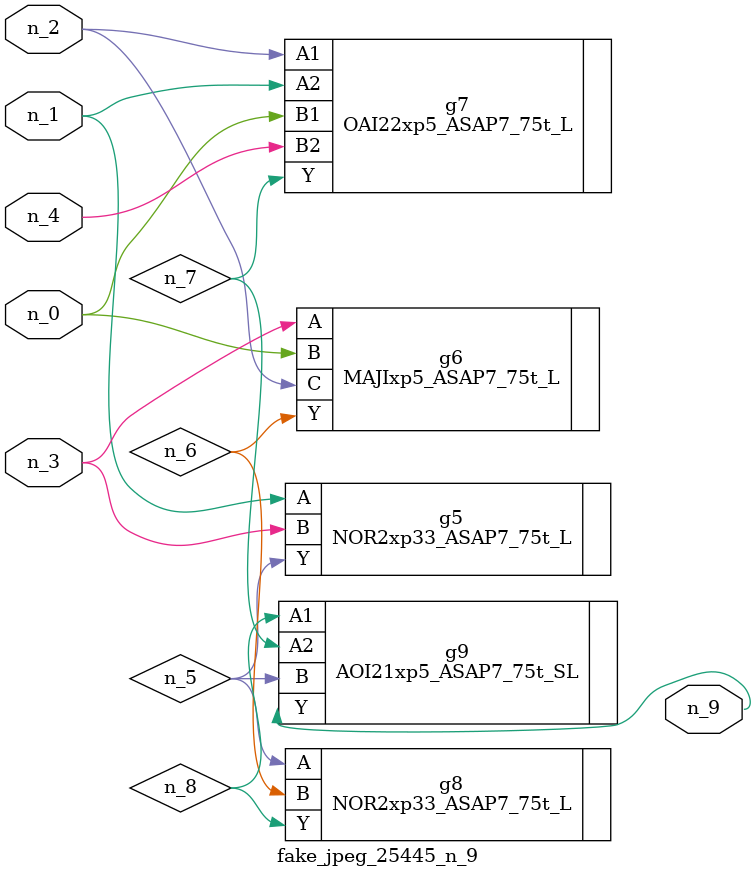
<source format=v>
module fake_jpeg_25445_n_9 (n_3, n_2, n_1, n_0, n_4, n_9);

input n_3;
input n_2;
input n_1;
input n_0;
input n_4;

output n_9;

wire n_8;
wire n_6;
wire n_5;
wire n_7;

NOR2xp33_ASAP7_75t_L g5 ( 
.A(n_1),
.B(n_3),
.Y(n_5)
);

MAJIxp5_ASAP7_75t_L g6 ( 
.A(n_3),
.B(n_0),
.C(n_2),
.Y(n_6)
);

OAI22xp5_ASAP7_75t_L g7 ( 
.A1(n_2),
.A2(n_1),
.B1(n_0),
.B2(n_4),
.Y(n_7)
);

NOR2xp33_ASAP7_75t_L g8 ( 
.A(n_5),
.B(n_6),
.Y(n_8)
);

AOI21xp5_ASAP7_75t_SL g9 ( 
.A1(n_8),
.A2(n_7),
.B(n_5),
.Y(n_9)
);


endmodule
</source>
